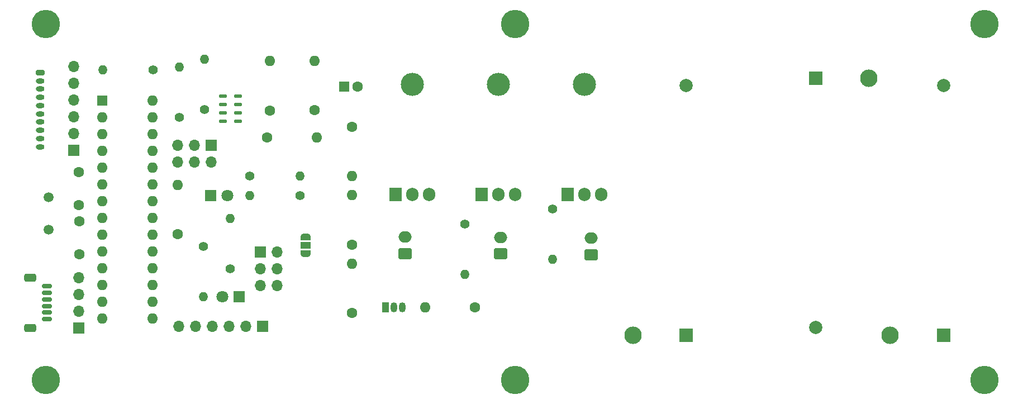
<source format=gbr>
%TF.GenerationSoftware,KiCad,Pcbnew,(6.0.7)*%
%TF.CreationDate,2022-10-11T16:54:19-05:00*%
%TF.ProjectId,cut down control board,63757420-646f-4776-9e20-636f6e74726f,rev?*%
%TF.SameCoordinates,Original*%
%TF.FileFunction,Soldermask,Top*%
%TF.FilePolarity,Negative*%
%FSLAX46Y46*%
G04 Gerber Fmt 4.6, Leading zero omitted, Abs format (unit mm)*
G04 Created by KiCad (PCBNEW (6.0.7)) date 2022-10-11 16:54:19*
%MOMM*%
%LPD*%
G01*
G04 APERTURE LIST*
G04 Aperture macros list*
%AMRoundRect*
0 Rectangle with rounded corners*
0 $1 Rounding radius*
0 $2 $3 $4 $5 $6 $7 $8 $9 X,Y pos of 4 corners*
0 Add a 4 corners polygon primitive as box body*
4,1,4,$2,$3,$4,$5,$6,$7,$8,$9,$2,$3,0*
0 Add four circle primitives for the rounded corners*
1,1,$1+$1,$2,$3*
1,1,$1+$1,$4,$5*
1,1,$1+$1,$6,$7*
1,1,$1+$1,$8,$9*
0 Add four rect primitives between the rounded corners*
20,1,$1+$1,$2,$3,$4,$5,0*
20,1,$1+$1,$4,$5,$6,$7,0*
20,1,$1+$1,$6,$7,$8,$9,0*
20,1,$1+$1,$8,$9,$2,$3,0*%
%AMFreePoly0*
4,1,22,0.550000,-0.750000,0.000000,-0.750000,0.000000,-0.745033,-0.079941,-0.743568,-0.215256,-0.701293,-0.333266,-0.622738,-0.424486,-0.514219,-0.481581,-0.384460,-0.499164,-0.250000,-0.500000,-0.250000,-0.500000,0.250000,-0.499164,0.250000,-0.499963,0.256109,-0.478152,0.396186,-0.417904,0.524511,-0.324060,0.630769,-0.204165,0.706417,-0.067858,0.745374,0.000000,0.744959,0.000000,0.750000,
0.550000,0.750000,0.550000,-0.750000,0.550000,-0.750000,$1*%
%AMFreePoly1*
4,1,20,0.000000,0.744959,0.073905,0.744508,0.209726,0.703889,0.328688,0.626782,0.421226,0.519385,0.479903,0.390333,0.500000,0.250000,0.500000,-0.250000,0.499851,-0.262216,0.476331,-0.402017,0.414519,-0.529596,0.319384,-0.634700,0.198574,-0.708877,0.061801,-0.746166,0.000000,-0.745033,0.000000,-0.750000,-0.550000,-0.750000,-0.550000,0.750000,0.000000,0.750000,0.000000,0.744959,
0.000000,0.744959,$1*%
G04 Aperture macros list end*
%ADD10C,4.300000*%
%ADD11C,2.640000*%
%ADD12R,2.000000X2.000000*%
%ADD13C,2.000000*%
%ADD14R,1.700000X1.700000*%
%ADD15O,1.700000X1.700000*%
%ADD16RoundRect,0.250000X0.750000X-0.600000X0.750000X0.600000X-0.750000X0.600000X-0.750000X-0.600000X0*%
%ADD17O,2.000000X1.700000*%
%ADD18C,1.400000*%
%ADD19O,1.400000X1.400000*%
%ADD20O,3.500000X3.500000*%
%ADD21R,1.905000X2.000000*%
%ADD22O,1.905000X2.000000*%
%ADD23C,1.600000*%
%ADD24O,1.600000X1.600000*%
%ADD25R,1.800000X1.800000*%
%ADD26C,1.800000*%
%ADD27RoundRect,0.200000X-0.450000X0.200000X-0.450000X-0.200000X0.450000X-0.200000X0.450000X0.200000X0*%
%ADD28O,1.300000X0.800000*%
%ADD29C,1.500000*%
%ADD30FreePoly0,90.000000*%
%ADD31R,1.500000X1.000000*%
%ADD32FreePoly1,90.000000*%
%ADD33RoundRect,0.125000X0.475000X0.125000X-0.475000X0.125000X-0.475000X-0.125000X0.475000X-0.125000X0*%
%ADD34R,1.600000X1.600000*%
%ADD35RoundRect,0.150000X0.625000X-0.150000X0.625000X0.150000X-0.625000X0.150000X-0.625000X-0.150000X0*%
%ADD36RoundRect,0.250000X0.650000X-0.350000X0.650000X0.350000X-0.650000X0.350000X-0.650000X-0.350000X0*%
%ADD37R,1.050000X1.500000*%
%ADD38O,1.050000X1.500000*%
G04 APERTURE END LIST*
D10*
%TO.C,*%
X222956792Y-72277578D03*
%TD*%
D11*
%TO.C,BT3*%
X208607754Y-119446093D03*
D12*
X216707754Y-119446093D03*
D13*
X216707754Y-81646093D03*
%TD*%
D11*
%TO.C,BT1*%
X169645321Y-119449214D03*
D12*
X177745321Y-119449214D03*
D13*
X177745321Y-81649214D03*
%TD*%
D14*
%TO.C,J6*%
X85723634Y-118361868D03*
D15*
X85723634Y-115821868D03*
X85723634Y-113281868D03*
X85723634Y-110741868D03*
%TD*%
D16*
%TO.C,J2*%
X149599954Y-107139221D03*
D17*
X149599954Y-104639221D03*
%TD*%
D18*
%TO.C,R3*%
X157480000Y-100330000D03*
D19*
X157480000Y-107950000D03*
%TD*%
D20*
%TO.C,Q2*%
X162293733Y-81424236D03*
D21*
X159753733Y-98084236D03*
D22*
X162293733Y-98084236D03*
X164833733Y-98084236D03*
%TD*%
D16*
%TO.C,J1*%
X163301910Y-107261022D03*
D17*
X163301910Y-104761022D03*
%TD*%
D14*
%TO.C,J12*%
X105732786Y-90634882D03*
D15*
X105732786Y-93174882D03*
X103192786Y-90634882D03*
X103192786Y-93174882D03*
X100652786Y-90634882D03*
X100652786Y-93174882D03*
%TD*%
D23*
%TO.C,C5*%
X114213445Y-89528504D03*
D24*
X121713445Y-89528504D03*
%TD*%
D16*
%TO.C,SW1*%
X135088573Y-107098140D03*
D17*
X135088573Y-104598140D03*
%TD*%
D11*
%TO.C,BT2*%
X205420321Y-80503759D03*
D12*
X197320321Y-80503759D03*
D13*
X197320321Y-118303759D03*
%TD*%
D18*
%TO.C,R8*%
X100906536Y-86428331D03*
D19*
X100906536Y-78808331D03*
%TD*%
D20*
%TO.C,Q1*%
X149296792Y-81424236D03*
D21*
X146756792Y-98084236D03*
D22*
X149296792Y-98084236D03*
X151836792Y-98084236D03*
%TD*%
D25*
%TO.C,D2*%
X110002106Y-113600256D03*
D26*
X107462106Y-113600256D03*
%TD*%
D27*
%TO.C,J10*%
X79868500Y-79653506D03*
D28*
X79868500Y-80903506D03*
X79868500Y-82153506D03*
X79868500Y-83403506D03*
X79868500Y-84653506D03*
X79868500Y-85903506D03*
X79868500Y-87153506D03*
X79868500Y-88403506D03*
X79868500Y-89653506D03*
X79868500Y-90903506D03*
%TD*%
D29*
%TO.C,Y1*%
X81096511Y-103442179D03*
X81096511Y-98562179D03*
%TD*%
D18*
%TO.C,R2*%
X144160064Y-102640581D03*
D19*
X144160064Y-110260581D03*
%TD*%
D18*
%TO.C,R4*%
X119222067Y-98255138D03*
D19*
X111602067Y-98255138D03*
%TD*%
D20*
%TO.C,U6*%
X136269860Y-81424236D03*
D21*
X133729860Y-98084236D03*
D22*
X136269860Y-98084236D03*
X138809860Y-98084236D03*
%TD*%
D23*
%TO.C,C11*%
X121393898Y-85359449D03*
D24*
X121393898Y-77859449D03*
%TD*%
D18*
%TO.C,R7*%
X104583740Y-106007343D03*
D19*
X104583740Y-113627343D03*
%TD*%
D23*
%TO.C,C8*%
X127057289Y-116106123D03*
D24*
X127057289Y-108606123D03*
%TD*%
D14*
%TO.C,J5*%
X84939322Y-91419507D03*
D15*
X84939322Y-88879507D03*
X84939322Y-86339507D03*
X84939322Y-83799507D03*
X84939322Y-81259507D03*
X84939322Y-78719507D03*
%TD*%
D30*
%TO.C,J11*%
X120095534Y-107130843D03*
D31*
X120095534Y-105830843D03*
D32*
X120095534Y-104530843D03*
%TD*%
D23*
%TO.C,C4*%
X100643868Y-104171999D03*
D24*
X100643868Y-96671999D03*
%TD*%
D18*
%TO.C,R1*%
X96929929Y-79207440D03*
D19*
X89309929Y-79207440D03*
%TD*%
D23*
%TO.C,C7*%
X127051201Y-105713583D03*
D24*
X127051201Y-98213583D03*
%TD*%
D14*
%TO.C,J3*%
X113199183Y-106878859D03*
D15*
X115739183Y-106878859D03*
X113199183Y-109418859D03*
X115739183Y-109418859D03*
X113199183Y-111958859D03*
X115739183Y-111958859D03*
%TD*%
D18*
%TO.C,R5*%
X111588612Y-95345355D03*
D19*
X119208612Y-95345355D03*
%TD*%
D33*
%TO.C,U2*%
X109828286Y-87000901D03*
X109828286Y-85750901D03*
X109828286Y-84500901D03*
X109828286Y-83250901D03*
X107528286Y-83250901D03*
X107528286Y-84500901D03*
X107528286Y-85750901D03*
X107528286Y-87000901D03*
%TD*%
D25*
%TO.C,D1*%
X105702793Y-98331455D03*
D26*
X108242793Y-98331455D03*
%TD*%
D34*
%TO.C,U1*%
X89265786Y-83885901D03*
D24*
X89265786Y-86425901D03*
X89265786Y-88965901D03*
X89265786Y-91505901D03*
X89265786Y-94045901D03*
X89265786Y-96585901D03*
X89265786Y-99125901D03*
X89265786Y-101665901D03*
X89265786Y-104205901D03*
X89265786Y-106745901D03*
X89265786Y-109285901D03*
X89265786Y-111825901D03*
X89265786Y-114365901D03*
X89265786Y-116905901D03*
X96885786Y-116905901D03*
X96885786Y-114365901D03*
X96885786Y-111825901D03*
X96885786Y-109285901D03*
X96885786Y-106745901D03*
X96885786Y-104205901D03*
X96885786Y-101665901D03*
X96885786Y-99125901D03*
X96885786Y-96585901D03*
X96885786Y-94045901D03*
X96885786Y-91505901D03*
X96885786Y-88965901D03*
X96885786Y-86425901D03*
X96885786Y-83885901D03*
%TD*%
D34*
%TO.C,C12*%
X125899567Y-81745985D03*
D23*
X127899567Y-81745985D03*
%TD*%
D18*
%TO.C,R9*%
X104754698Y-85292712D03*
D19*
X104754698Y-77672712D03*
%TD*%
D23*
%TO.C,C10*%
X114669528Y-85393583D03*
D24*
X114669528Y-77893583D03*
%TD*%
D23*
%TO.C,C6*%
X145688228Y-115245921D03*
D24*
X138188228Y-115245921D03*
%TD*%
D14*
%TO.C,J7*%
X113568711Y-118091831D03*
D15*
X111028711Y-118091831D03*
X108488711Y-118091831D03*
X105948711Y-118091831D03*
X103408711Y-118091831D03*
X100868711Y-118091831D03*
%TD*%
D35*
%TO.C,J9*%
X80864400Y-117029891D03*
X80864400Y-116029891D03*
X80864400Y-115029891D03*
X80864400Y-114029891D03*
X80864400Y-113029891D03*
X80864400Y-112029891D03*
D36*
X78339400Y-110729891D03*
X78339400Y-118329891D03*
%TD*%
D18*
%TO.C,R6*%
X108667914Y-109423317D03*
D19*
X108667914Y-101803317D03*
%TD*%
D23*
%TO.C,C9*%
X127078479Y-87859444D03*
D24*
X127078479Y-95359444D03*
%TD*%
D23*
%TO.C,C2*%
X85727964Y-102210807D03*
X85727964Y-107210807D03*
%TD*%
D37*
%TO.C,U5*%
X132173484Y-115228470D03*
D38*
X133443484Y-115228470D03*
X134713484Y-115228470D03*
%TD*%
D23*
%TO.C,C1*%
X85716431Y-99738479D03*
X85716431Y-94738479D03*
%TD*%
D10*
%TO.C,*%
X151836792Y-72277578D03*
%TD*%
%TO.C,*%
X151836792Y-126266123D03*
%TD*%
%TO.C,*%
X80716792Y-72277578D03*
%TD*%
%TO.C,*%
X80716792Y-126266123D03*
%TD*%
%TO.C,*%
X222956792Y-126266123D03*
%TD*%
M02*

</source>
